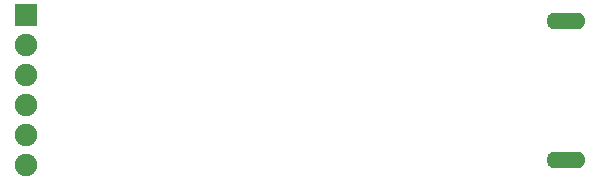
<source format=gbs>
G04 Layer: BottomSolderMaskLayer*
G04 EasyEDA v6.5.50, 2025-07-01 14:26:41*
G04 10da637b71844612bdca41047c5aba70,f23c0848bd594b818c0f9a27fb038be7,10*
G04 Gerber Generator version 0.2*
G04 Scale: 100 percent, Rotated: No, Reflected: No *
G04 Dimensions in millimeters *
G04 leading zeros omitted , absolute positions ,4 integer and 5 decimal *
%FSLAX45Y45*%
%MOMM*%

%AMMACRO1*4,1,8,-0.9211,-0.9508,-0.9508,-0.921,-0.9508,0.9211,-0.9211,0.9508,0.921,0.9508,0.9508,0.9211,0.9508,-0.921,0.921,-0.9508,-0.9211,-0.9508,0*%
%ADD10MACRO1*%
%ADD11C,1.9016*%
%ADD12O,3.3015936X1.4015974000000002*%
%ADD13O,0.0104X1.4015974000000002*%

%LPD*%
D10*
G01*
X889000Y9525000D03*
D11*
G01*
X889000Y9271000D03*
G01*
X889000Y9017000D03*
G01*
X889000Y8763000D03*
G01*
X889000Y8509000D03*
G01*
X889000Y8255000D03*
D12*
G01*
X5463997Y9474987D03*
G01*
X5463997Y8304987D03*
M02*

</source>
